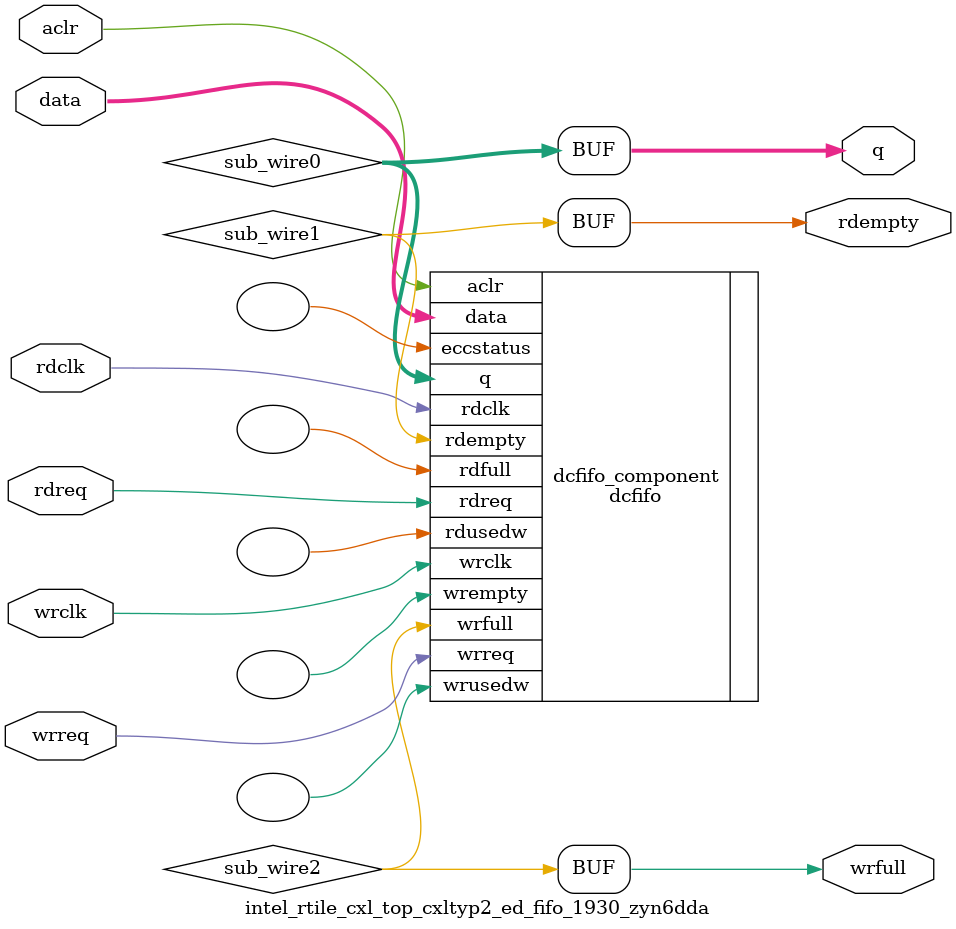
<source format=v>



`timescale 1 ps / 1 ps
// synopsys translate_on
module  intel_rtile_cxl_top_cxltyp2_ed_fifo_1930_zyn6dda  (
    aclr,
    data,
    rdclk,
    rdreq,
    wrclk,
    wrreq,
    q,
    rdempty,
    wrfull);

    input    aclr;
    input  [143:0]  data;
    input    rdclk;
    input    rdreq;
    input    wrclk;
    input    wrreq;
    output [143:0]  q;
    output   rdempty;
    output   wrfull;
`ifndef ALTERA_RESERVED_QIS
// synopsys translate_off
`endif
    tri0     aclr;
`ifndef ALTERA_RESERVED_QIS
// synopsys translate_on
`endif

    wire [143:0] sub_wire0;
    wire  sub_wire1;
    wire  sub_wire2;
    wire [143:0] q = sub_wire0[143:0];
    wire  rdempty = sub_wire1;
    wire  wrfull = sub_wire2;

    dcfifo  dcfifo_component (
                .aclr (aclr),
                .data (data),
                .rdclk (rdclk),
                .rdreq (rdreq),
                .wrclk (wrclk),
                .wrreq (wrreq),
                .q (sub_wire0),
                .rdempty (sub_wire1),
                .wrfull (sub_wire2),
                .eccstatus (),
                .rdfull (),
                .rdusedw (),
                .wrempty (),
                .wrusedw ());
    defparam
        dcfifo_component.enable_ecc  = "FALSE",
        dcfifo_component.intended_device_family  = "Agilex 7",
        dcfifo_component.lpm_hint  = "DISABLE_DCFIFO_EMBEDDED_TIMING_CONSTRAINT=TRUE",
        dcfifo_component.lpm_numwords  = 8,
        dcfifo_component.lpm_showahead  = "ON",
        dcfifo_component.lpm_type  = "dcfifo",
        dcfifo_component.lpm_width  = 144,
        dcfifo_component.lpm_widthu  = 3,
        dcfifo_component.overflow_checking  = "ON",
        dcfifo_component.rdsync_delaypipe  = 5,
        dcfifo_component.read_aclr_synch  = "ON",
        dcfifo_component.underflow_checking  = "ON",
        dcfifo_component.use_eab  = "ON",
        dcfifo_component.write_aclr_synch  = "OFF",
        dcfifo_component.wrsync_delaypipe  = 5;


endmodule



</source>
